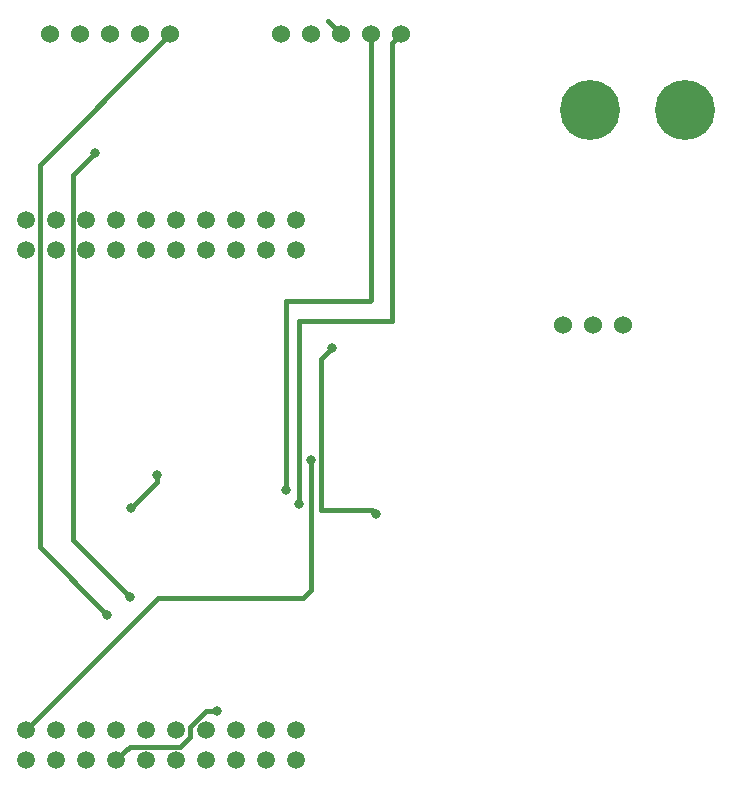
<source format=gbr>
G04 #@! TF.GenerationSoftware,KiCad,Pcbnew,(5.0.0)*
G04 #@! TF.CreationDate,2018-09-29T13:07:35-07:00*
G04 #@! TF.ProjectId,DriveBoard_Hardware,4472697665426F6172645F4861726477,rev?*
G04 #@! TF.SameCoordinates,Original*
G04 #@! TF.FileFunction,Copper,L2,Bot,Signal*
G04 #@! TF.FilePolarity,Positive*
%FSLAX46Y46*%
G04 Gerber Fmt 4.6, Leading zero omitted, Abs format (unit mm)*
G04 Created by KiCad (PCBNEW (5.0.0)) date 09/29/18 13:07:35*
%MOMM*%
%LPD*%
G01*
G04 APERTURE LIST*
G04 #@! TA.AperFunction,ComponentPad*
%ADD10C,1.520000*%
G04 #@! TD*
G04 #@! TA.AperFunction,ComponentPad*
%ADD11C,5.080000*%
G04 #@! TD*
G04 #@! TA.AperFunction,ComponentPad*
%ADD12C,1.524000*%
G04 #@! TD*
G04 #@! TA.AperFunction,ViaPad*
%ADD13C,0.800000*%
G04 #@! TD*
G04 #@! TA.AperFunction,Conductor*
%ADD14C,0.381000*%
G04 #@! TD*
G04 #@! TA.AperFunction,Conductor*
%ADD15C,0.762000*%
G04 #@! TD*
G04 APERTURE END LIST*
D10*
G04 #@! TO.P,U1,+3V3*
G04 #@! TO.N,Net-(U1-Pad+3V3)*
X114935000Y-124460000D03*
G04 #@! TO.P,U1,PM6*
G04 #@! TO.N,Net-(U1-PadPM6)*
X137795000Y-78740000D03*
G04 #@! TO.P,U1,PQ1*
G04 #@! TO.N,Net-(U1-PadPQ1)*
X135255000Y-78740000D03*
G04 #@! TO.P,U1,PQ2*
G04 #@! TO.N,Net-(U1-PadPQ2)*
X127635000Y-78740000D03*
G04 #@! TO.P,U1,PK0*
G04 #@! TO.N,RX_2_IC*
X125095000Y-121920000D03*
G04 #@! TO.P,U1,PQ3*
G04 #@! TO.N,Net-(U1-PadPQ3)*
X130175000Y-78740000D03*
G04 #@! TO.P,U1,PP3*
G04 #@! TO.N,Net-(U1-PadPP3)*
X132715000Y-78740000D03*
G04 #@! TO.P,U1,PQ0*
G04 #@! TO.N,Net-(U1-PadPQ0)*
X130175000Y-124460000D03*
G04 #@! TO.P,U1,PA4*
G04 #@! TO.N,Net-(U1-PadPA4)*
X135255000Y-121920000D03*
G04 #@! TO.P,U1,Rese*
G04 #@! TO.N,Net-(U1-PadRese)*
X125095000Y-78740000D03*
G04 #@! TO.P,U1,PA7*
G04 #@! TO.N,Net-(U1-PadPA7)*
X122555000Y-78740000D03*
G04 #@! TO.P,U1,PN5*
G04 #@! TO.N,Net-(U1-PadPN5)*
X135255000Y-124460000D03*
G04 #@! TO.P,U1,PK2*
G04 #@! TO.N,Net-(U1-PadPK2)*
X130175000Y-121920000D03*
G04 #@! TO.P,U1,PK1*
G04 #@! TO.N,TX_2_IC*
X127635000Y-121920000D03*
G04 #@! TO.P,U1,+5V*
G04 #@! TO.N,+5V*
X114935000Y-121920000D03*
G04 #@! TO.P,U1,GND*
G04 #@! TO.N,GND*
X117475000Y-121920000D03*
G04 #@! TO.P,U1,PB4*
G04 #@! TO.N,Net-(U1-PadPB4)*
X120015000Y-121920000D03*
G04 #@! TO.P,U1,PB5*
G04 #@! TO.N,Net-(U1-PadPB5)*
X122555000Y-121920000D03*
G04 #@! TO.P,U1,PK3*
G04 #@! TO.N,Net-(U1-PadPK3)*
X132715000Y-121920000D03*
G04 #@! TO.P,U1,PA5*
G04 #@! TO.N,Net-(U1-PadPA5)*
X137795000Y-121920000D03*
G04 #@! TO.P,U1,PD2*
G04 #@! TO.N,Net-(U1-PadPD2)*
X117475000Y-124460000D03*
G04 #@! TO.P,U1,PP0*
G04 #@! TO.N,RX_1_IC*
X120015000Y-124460000D03*
G04 #@! TO.P,U1,PP1*
G04 #@! TO.N,TX_1_IC*
X122555000Y-124460000D03*
G04 #@! TO.P,U1,PD4*
G04 #@! TO.N,Net-(U1-PadPD4)*
X125095000Y-124460000D03*
G04 #@! TO.P,U1,PD5*
G04 #@! TO.N,Net-(U1-PadPD5)*
X127635000Y-124460000D03*
G04 #@! TO.P,U1,PP4*
G04 #@! TO.N,Net-(U1-PadPP4)*
X132715000Y-124460000D03*
G04 #@! TO.P,U1,PN4*
G04 #@! TO.N,Net-(U1-PadPN4)*
X137795000Y-124460000D03*
G04 #@! TO.P,U1,PG1*
G04 #@! TO.N,Net-(U1-PadPG1)*
X114935000Y-81280000D03*
G04 #@! TO.P,U1,PK4*
G04 #@! TO.N,Net-(U1-PadPK4)*
X117475000Y-81280000D03*
G04 #@! TO.P,U1,PK5*
G04 #@! TO.N,Net-(U1-PadPK5)*
X120015000Y-81280000D03*
G04 #@! TO.P,U1,PM0*
G04 #@! TO.N,Net-(U1-PadPM0)*
X122555000Y-81280000D03*
G04 #@! TO.P,U1,PM1*
G04 #@! TO.N,Net-(U1-PadPM1)*
X125095000Y-81280000D03*
G04 #@! TO.P,U1,PM2*
G04 #@! TO.N,Net-(U1-PadPM2)*
X127635000Y-81280000D03*
G04 #@! TO.P,U1,PH0*
G04 #@! TO.N,Net-(U1-PadPH0)*
X130175000Y-81280000D03*
G04 #@! TO.P,U1,PH1*
G04 #@! TO.N,Net-(U1-PadPH1)*
X132715000Y-81280000D03*
G04 #@! TO.P,U1,PK6*
G04 #@! TO.N,Net-(U1-PadPK6)*
X135255000Y-81280000D03*
G04 #@! TO.P,U1,PK7*
G04 #@! TO.N,Net-(U1-PadPK7)*
X137795000Y-81280000D03*
G04 #@! TO.P,U1,GND*
G04 #@! TO.N,GND*
X114935000Y-78740000D03*
G04 #@! TO.P,U1,PM7*
G04 #@! TO.N,Net-(U1-PadPM7)*
X117475000Y-78740000D03*
G04 #@! TO.P,U1,PP5*
G04 #@! TO.N,Net-(U1-PadPP5)*
X120015000Y-78740000D03*
G04 #@! TD*
D11*
G04 #@! TO.P,Conn1,1*
G04 #@! TO.N,GND*
X162686000Y-69367400D03*
G04 #@! TO.P,Conn1,2*
G04 #@! TO.N,/+12V*
X170687000Y-69367400D03*
G04 #@! TD*
D12*
G04 #@! TO.P,Conn2,1*
G04 #@! TO.N,Net-(Conn2-Pad1)*
X136525000Y-62992000D03*
G04 #@! TO.P,Conn2,2*
G04 #@! TO.N,Net-(Conn2-Pad2)*
X139065000Y-62992000D03*
G04 #@! TO.P,Conn2,3*
G04 #@! TO.N,GND*
X141605000Y-62992000D03*
G04 #@! TO.P,Conn2,4*
G04 #@! TO.N,TX_1_SL*
X144145000Y-62992000D03*
G04 #@! TO.P,Conn2,5*
G04 #@! TO.N,RX_1_SL*
X146685000Y-62992000D03*
G04 #@! TD*
G04 #@! TO.P,Conn3,5*
G04 #@! TO.N,RX_2_SL*
X127127000Y-62992000D03*
G04 #@! TO.P,Conn3,4*
G04 #@! TO.N,TX_2_SL*
X124587000Y-62992000D03*
G04 #@! TO.P,Conn3,3*
G04 #@! TO.N,GND*
X122047000Y-62992000D03*
G04 #@! TO.P,Conn3,2*
G04 #@! TO.N,Net-(Conn3-Pad2)*
X119507000Y-62992000D03*
G04 #@! TO.P,Conn3,1*
G04 #@! TO.N,Net-(Conn3-Pad1)*
X116967000Y-62992000D03*
G04 #@! TD*
G04 #@! TO.P,U3,1*
G04 #@! TO.N,/+12V*
X160401000Y-87630000D03*
G04 #@! TO.P,U3,2*
G04 #@! TO.N,GND*
X162941000Y-87630000D03*
G04 #@! TO.P,U3,3*
G04 #@! TO.N,+5V*
X165481000Y-87630000D03*
G04 #@! TD*
D13*
G04 #@! TO.N,Net-(C1-Pad1)*
X125984000Y-100330000D03*
X123755685Y-103124000D03*
G04 #@! TO.N,/+12V*
X140843000Y-89535000D03*
X144512000Y-103632000D03*
G04 #@! TO.N,+5V*
X139065000Y-99060000D03*
G04 #@! TO.N,TX_1_SL*
X136906000Y-101600000D03*
G04 #@! TO.N,RX_1_SL*
X138049000Y-102743000D03*
G04 #@! TO.N,RX_2_SL*
X121793000Y-112141000D03*
G04 #@! TO.N,TX_2_SL*
X123698000Y-110617000D03*
X120777000Y-73025000D03*
G04 #@! TO.N,TX_1_IC*
X131064000Y-120269000D03*
G04 #@! TD*
D14*
G04 #@! TO.N,Net-(C1-Pad1)*
X125984000Y-100895685D02*
X123755685Y-103124000D01*
X125984000Y-100330000D02*
X125984000Y-100895685D01*
D15*
G04 #@! TO.N,GND*
X162686000Y-87375000D02*
X162941000Y-87630000D01*
D14*
X162941000Y-69622400D02*
X162686000Y-69367400D01*
X140452499Y-61839499D02*
X141605000Y-62992000D01*
G04 #@! TO.N,/+12V*
X140843000Y-89535000D02*
X139855501Y-90522499D01*
X139855501Y-90522499D02*
X139855501Y-103279501D01*
X144159501Y-103279501D02*
X144512000Y-103632000D01*
X139855501Y-103279501D02*
X144159501Y-103279501D01*
G04 #@! TO.N,+5V*
X114935000Y-121920000D02*
X126111000Y-110744000D01*
X138329942Y-110744000D02*
X139065000Y-110008942D01*
X139065000Y-110008942D02*
X139065000Y-99060000D01*
X126111000Y-110744000D02*
X138329942Y-110744000D01*
G04 #@! TO.N,TX_1_SL*
X144145000Y-85471000D02*
X144145000Y-62992000D01*
X136906000Y-101600000D02*
X136906000Y-85598000D01*
X144018000Y-85598000D02*
X144145000Y-85471000D01*
X136906000Y-85598000D02*
X144018000Y-85598000D01*
G04 #@! TO.N,RX_1_SL*
X138049000Y-102743000D02*
X138049000Y-87249000D01*
X138049000Y-87249000D02*
X145923000Y-87249000D01*
X145923001Y-63753999D02*
X146685000Y-62992000D01*
X145923000Y-87249000D02*
X145923001Y-63753999D01*
G04 #@! TO.N,RX_2_SL*
X116085501Y-74033499D02*
X126365001Y-63753999D01*
X126365001Y-63753999D02*
X127127000Y-62992000D01*
X116085501Y-106433501D02*
X116085501Y-74033499D01*
X121793000Y-112141000D02*
X116085501Y-106433501D01*
G04 #@! TO.N,TX_2_SL*
X118864499Y-74937501D02*
X120777000Y-73025000D01*
X123698000Y-110617000D02*
X118864499Y-105783499D01*
X118864499Y-105783499D02*
X118864499Y-74937501D01*
G04 #@! TO.N,TX_1_IC*
X123314999Y-123700001D02*
X122555000Y-124460000D01*
X123705501Y-123309499D02*
X123314999Y-123700001D01*
X127948243Y-123309499D02*
X123705501Y-123309499D01*
X128785501Y-122472241D02*
X127948243Y-123309499D01*
X128785501Y-121606757D02*
X128785501Y-122472241D01*
X130123258Y-120269000D02*
X128785501Y-121606757D01*
X131064000Y-120269000D02*
X130123258Y-120269000D01*
G04 #@! TD*
M02*

</source>
